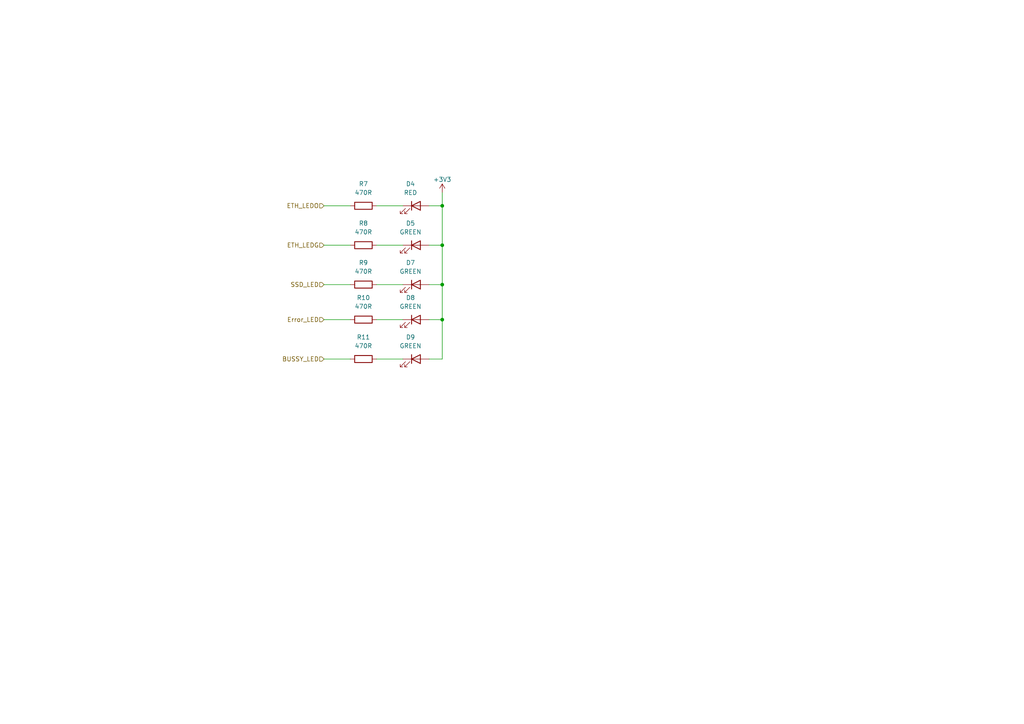
<source format=kicad_sch>
(kicad_sch (version 20250114) (generator "eeschema") (generator_version "9.0")
  (paper "A4")
  (lib_symbols
    (symbol "Device:LED" (pin_numbers (hide yes)) (pin_names (offset 1.016) (hide yes))
      (property "Reference" "D" (at 0 2.54 0))
      (property "Value" "LED" (at 0 -2.54 0))
      (symbol "LED_0_1"
        (polyline (pts (xy -3.048 -0.762) (xy -4.572 -2.286) (xy -3.81 -2.286) (xy -4.572 -2.286) (xy -4.572 -1.524)))
        (polyline (pts (xy -1.778 -0.762) (xy -3.302 -2.286) (xy -2.54 -2.286) (xy -3.302 -2.286) (xy -3.302 -1.524)))
        (polyline (pts (xy -1.27 0) (xy 1.27 0)))
        (polyline (pts (xy -1.27 -1.27) (xy -1.27 1.27)) (stroke (width 0.254)))
        (polyline (pts (xy 1.27 -1.27) (xy 1.27 1.27) (xy -1.27 0) (xy 1.27 -1.27)) (stroke (width 0.254)))
      )
      (symbol "LED_1_1"
        (pin passive line (at -3.81 0 0) (length 2.54) (name "K") (number "1"))
        (pin passive line (at 3.81 0 180) (length 2.54) (name "A") (number "2"))
      )
    )
    (symbol "Device:R" (pin_numbers (hide yes)) (pin_names (offset 0))
      (property "Reference" "R" (at 2.032 0 90))
      (property "Value" "R" (at 0 0 90))
      (symbol "R_0_1"
        (rectangle (start -1.016 -2.54) (end 1.016 2.54) (stroke (width 0.254)))
      )
      (symbol "R_1_1"
        (pin passive line (at 0 3.81 270) (length 1.27) (name "~") (number "1"))
        (pin passive line (at 0 -3.81 90) (length 1.27) (name "~") (number "2"))
      )
    )
    (symbol "STM32F4_REV2-rescue:+3.3V-power" (power) (pin_names (offset 0))
      (property "Value" "+3.3V-power" (at 0 3.556 0))
      (symbol "+3.3V-power_0_1"
        (polyline (pts (xy -0.762 1.27) (xy 0 2.54)))
        (polyline (pts (xy 0 2.54) (xy 0.762 1.27)))
        (polyline (pts (xy 0 0) (xy 0 2.54)))
      )
      (symbol "+3.3V-power_1_1"
        (pin power_in line (at 0 0 90) (length 0) (hide yes) (name "+3V3") (number "1"))
      )
    )
  )
  (junction (at 128.27 71.12))
  (junction (at 128.27 92.71))
  (junction (at 128.27 82.55))
  (junction (at 128.27 59.69))
  (wire (pts (xy 128.27 92.71) (xy 128.27 82.55)))
  (wire (pts (xy 93.98 59.69) (xy 101.6 59.69)))
  (wire (pts (xy 109.22 92.71) (xy 116.84 92.71)))
  (wire (pts (xy 124.46 82.55) (xy 128.27 82.55)))
  (wire (pts (xy 109.22 82.55) (xy 116.84 82.55)))
  (wire (pts (xy 124.46 92.71) (xy 128.27 92.71)))
  (wire (pts (xy 124.46 59.69) (xy 128.27 59.69)))
  (wire (pts (xy 109.22 71.12) (xy 116.84 71.12)))
  (wire (pts (xy 128.27 82.55) (xy 128.27 71.12)))
  (wire (pts (xy 93.98 104.14) (xy 101.6 104.14)))
  (wire (pts (xy 128.27 59.69) (xy 128.27 55.88)))
  (wire (pts (xy 128.27 71.12) (xy 128.27 59.69)))
  (wire (pts (xy 109.22 59.69) (xy 116.84 59.69)))
  (wire (pts (xy 124.46 71.12) (xy 128.27 71.12)))
  (wire (pts (xy 109.22 104.14) (xy 116.84 104.14)))
  (wire (pts (xy 124.46 104.14) (xy 128.27 104.14)))
  (wire (pts (xy 93.98 92.71) (xy 101.6 92.71)))
  (wire (pts (xy 93.98 82.55) (xy 101.6 82.55)))
  (wire (pts (xy 128.27 92.71) (xy 128.27 104.14)))
  (wire (pts (xy 93.98 71.12) (xy 101.6 71.12)))
  (hierarchical_label "Error_LED" (shape input) (at 93.98 92.71 180))
  (hierarchical_label "BUSSY_LED" (shape input) (at 93.98 104.14 180))
  (hierarchical_label "ETH_LEDG" (shape input) (at 93.98 71.12 180))
  (hierarchical_label "ETH_LEDO" (shape input) (at 93.98 59.69 180))
  (hierarchical_label "SSD_LED" (shape input) (at 93.98 82.55 180))
  (symbol (lib_id "Device:LED") (at 120.65 104.14 0) (unit 1)
    (property "Reference" "D9" (at 119.0625 97.79 0))
    (property "Value" "GREEN" (at 119.0625 100.33 0))
    (property "Footprint" "LED_THT:LED_D1.8mm_W3.3mm_H2.4mm" (effects (hide yes)))
    (property "Description" "Light emitting diode" (effects (hide yes)))
    (property "Sim.Pins" "1=K 2=A" (effects (hide yes)))
  )
  (symbol (lib_id "Device:LED") (at 120.65 59.69 0) (unit 1)
    (property "Reference" "D4" (at 119.0625 53.34 0))
    (property "Value" "RED" (at 119.0625 55.88 0))
    (property "Footprint" "LED_THT:LED_D1.8mm_W3.3mm_H2.4mm" (effects (hide yes)))
    (property "Description" "Light emitting diode" (effects (hide yes)))
    (property "Sim.Pins" "1=K 2=A" (effects (hide yes)))
  )
  (symbol (lib_id "Device:LED") (at 120.65 82.55 0) (unit 1)
    (property "Reference" "D7" (at 119.0625 76.2 0))
    (property "Value" "GREEN" (at 119.0625 78.74 0))
    (property "Footprint" "LED_THT:LED_D1.8mm_W3.3mm_H2.4mm" (effects (hide yes)))
    (property "Description" "Light emitting diode" (effects (hide yes)))
    (property "Sim.Pins" "1=K 2=A" (effects (hide yes)))
  )
  (symbol (lib_id "Device:R") (at 105.41 92.71 90) (unit 1)
    (property "Reference" "R10" (at 105.41 86.36 90))
    (property "Value" "470R" (at 105.41 88.9 90))
    (property "Footprint" "Resistor_SMD:R_0805_2012Metric" (effects (hide yes)))
    (property "Description" "Resistor" (effects (hide yes)))
  )
  (symbol (lib_id "Device:R") (at 105.41 71.12 90) (unit 1)
    (property "Reference" "R8" (at 105.41 64.77 90))
    (property "Value" "470R" (at 105.41 67.31 90))
    (property "Footprint" "Resistor_SMD:R_0805_2012Metric" (effects (hide yes)))
    (property "Description" "Resistor" (effects (hide yes)))
  )
  (symbol (lib_id "Device:R") (at 105.41 104.14 90) (unit 1)
    (property "Reference" "R11" (at 105.41 97.79 90))
    (property "Value" "470R" (at 105.41 100.33 90))
    (property "Footprint" "Resistor_SMD:R_0805_2012Metric" (effects (hide yes)))
    (property "Description" "Resistor" (effects (hide yes)))
  )
  (symbol (lib_id "Device:R") (at 105.41 59.69 90) (unit 1)
    (property "Reference" "R7" (at 105.41 53.34 90))
    (property "Value" "470R" (at 105.41 55.88 90))
    (property "Footprint" "Resistor_SMD:R_0805_2012Metric" (effects (hide yes)))
    (property "Description" "Resistor" (effects (hide yes)))
  )
  (symbol (lib_id "Device:LED") (at 120.65 92.71 0) (unit 1)
    (property "Reference" "D8" (at 119.0625 86.36 0))
    (property "Value" "GREEN" (at 119.0625 88.9 0))
    (property "Footprint" "LED_THT:LED_D1.8mm_W3.3mm_H2.4mm" (effects (hide yes)))
    (property "Description" "Light emitting diode" (effects (hide yes)))
    (property "Sim.Pins" "1=K 2=A" (effects (hide yes)))
  )
  (symbol (lib_id "Device:LED") (at 120.65 71.12 0) (unit 1)
    (property "Reference" "D5" (at 119.0625 64.77 0))
    (property "Value" "GREEN" (at 119.0625 67.31 0))
    (property "Footprint" "LED_THT:LED_D1.8mm_W3.3mm_H2.4mm" (effects (hide yes)))
    (property "Description" "Light emitting diode" (effects (hide yes)))
    (property "Sim.Pins" "1=K 2=A" (effects (hide yes)))
  )
  (symbol (lib_id "Device:R") (at 105.41 82.55 90) (unit 1)
    (property "Reference" "R9" (at 105.41 76.2 90))
    (property "Value" "470R" (at 105.41 78.74 90))
    (property "Footprint" "Resistor_SMD:R_0805_2012Metric" (effects (hide yes)))
    (property "Description" "Resistor" (effects (hide yes)))
  )
  (symbol (lib_id "STM32F4_REV2-rescue:+3.3V-power") (at 128.27 55.88 0) (unit 1)
    (property "Reference" "#PWR012" (effects (hide yes)))
    (property "Value" "+3V3" (at 128.27 52.07 0))
  )
)
</source>
